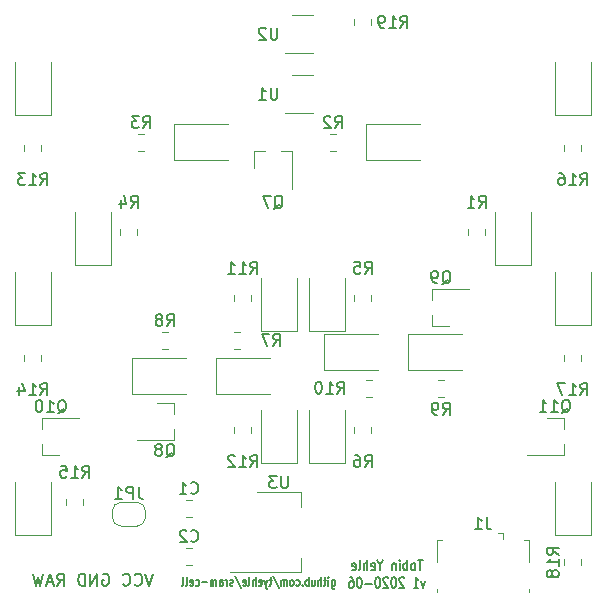
<source format=gbo>
G04 #@! TF.GenerationSoftware,KiCad,Pcbnew,5.1.5+dfsg1-2build2*
G04 #@! TF.CreationDate,2020-06-03T00:28:31-07:00*
G04 #@! TF.ProjectId,sram-cell,7372616d-2d63-4656-9c6c-2e6b69636164,rev?*
G04 #@! TF.SameCoordinates,Original*
G04 #@! TF.FileFunction,Legend,Bot*
G04 #@! TF.FilePolarity,Positive*
%FSLAX46Y46*%
G04 Gerber Fmt 4.6, Leading zero omitted, Abs format (unit mm)*
G04 Created by KiCad (PCBNEW 5.1.5+dfsg1-2build2) date 2020-06-03 00:28:31*
%MOMM*%
%LPD*%
G04 APERTURE LIST*
%ADD10C,0.127000*%
%ADD11C,0.150000*%
%ADD12C,0.120000*%
G04 APERTURE END LIST*
D10*
X154848983Y-125947714D02*
X154848983Y-126564571D01*
X154876802Y-126637142D01*
X154904621Y-126673428D01*
X154960259Y-126709714D01*
X155043716Y-126709714D01*
X155099354Y-126673428D01*
X154848983Y-126419428D02*
X154904621Y-126455714D01*
X155015897Y-126455714D01*
X155071535Y-126419428D01*
X155099354Y-126383142D01*
X155127173Y-126310571D01*
X155127173Y-126092857D01*
X155099354Y-126020285D01*
X155071535Y-125984000D01*
X155015897Y-125947714D01*
X154904621Y-125947714D01*
X154848983Y-125984000D01*
X154570792Y-126455714D02*
X154570792Y-125947714D01*
X154570792Y-125693714D02*
X154598611Y-125730000D01*
X154570792Y-125766285D01*
X154542973Y-125730000D01*
X154570792Y-125693714D01*
X154570792Y-125766285D01*
X154376059Y-125947714D02*
X154153507Y-125947714D01*
X154292602Y-125693714D02*
X154292602Y-126346857D01*
X154264783Y-126419428D01*
X154209145Y-126455714D01*
X154153507Y-126455714D01*
X153958773Y-126455714D02*
X153958773Y-125693714D01*
X153708402Y-126455714D02*
X153708402Y-126056571D01*
X153736221Y-125984000D01*
X153791859Y-125947714D01*
X153875316Y-125947714D01*
X153930954Y-125984000D01*
X153958773Y-126020285D01*
X153179840Y-125947714D02*
X153179840Y-126455714D01*
X153430211Y-125947714D02*
X153430211Y-126346857D01*
X153402392Y-126419428D01*
X153346754Y-126455714D01*
X153263297Y-126455714D01*
X153207659Y-126419428D01*
X153179840Y-126383142D01*
X152901650Y-126455714D02*
X152901650Y-125693714D01*
X152901650Y-125984000D02*
X152846011Y-125947714D01*
X152734735Y-125947714D01*
X152679097Y-125984000D01*
X152651278Y-126020285D01*
X152623459Y-126092857D01*
X152623459Y-126310571D01*
X152651278Y-126383142D01*
X152679097Y-126419428D01*
X152734735Y-126455714D01*
X152846011Y-126455714D01*
X152901650Y-126419428D01*
X152373088Y-126383142D02*
X152345269Y-126419428D01*
X152373088Y-126455714D01*
X152400907Y-126419428D01*
X152373088Y-126383142D01*
X152373088Y-126455714D01*
X151844526Y-126419428D02*
X151900164Y-126455714D01*
X152011440Y-126455714D01*
X152067078Y-126419428D01*
X152094897Y-126383142D01*
X152122716Y-126310571D01*
X152122716Y-126092857D01*
X152094897Y-126020285D01*
X152067078Y-125984000D01*
X152011440Y-125947714D01*
X151900164Y-125947714D01*
X151844526Y-125984000D01*
X151510697Y-126455714D02*
X151566335Y-126419428D01*
X151594154Y-126383142D01*
X151621973Y-126310571D01*
X151621973Y-126092857D01*
X151594154Y-126020285D01*
X151566335Y-125984000D01*
X151510697Y-125947714D01*
X151427240Y-125947714D01*
X151371602Y-125984000D01*
X151343783Y-126020285D01*
X151315964Y-126092857D01*
X151315964Y-126310571D01*
X151343783Y-126383142D01*
X151371602Y-126419428D01*
X151427240Y-126455714D01*
X151510697Y-126455714D01*
X151065592Y-126455714D02*
X151065592Y-125947714D01*
X151065592Y-126020285D02*
X151037773Y-125984000D01*
X150982135Y-125947714D01*
X150898678Y-125947714D01*
X150843040Y-125984000D01*
X150815221Y-126056571D01*
X150815221Y-126455714D01*
X150815221Y-126056571D02*
X150787402Y-125984000D01*
X150731764Y-125947714D01*
X150648307Y-125947714D01*
X150592669Y-125984000D01*
X150564850Y-126056571D01*
X150564850Y-126455714D01*
X149869373Y-125657428D02*
X150370116Y-126637142D01*
X149758097Y-125947714D02*
X149535545Y-125947714D01*
X149674640Y-125693714D02*
X149674640Y-126346857D01*
X149646821Y-126419428D01*
X149591183Y-126455714D01*
X149535545Y-126455714D01*
X149396450Y-125947714D02*
X149257354Y-126455714D01*
X149118259Y-125947714D02*
X149257354Y-126455714D01*
X149312992Y-126637142D01*
X149340811Y-126673428D01*
X149396450Y-126709714D01*
X148673154Y-126419428D02*
X148728792Y-126455714D01*
X148840069Y-126455714D01*
X148895707Y-126419428D01*
X148923526Y-126346857D01*
X148923526Y-126056571D01*
X148895707Y-125984000D01*
X148840069Y-125947714D01*
X148728792Y-125947714D01*
X148673154Y-125984000D01*
X148645335Y-126056571D01*
X148645335Y-126129142D01*
X148923526Y-126201714D01*
X148394964Y-126455714D02*
X148394964Y-125693714D01*
X148144592Y-126455714D02*
X148144592Y-126056571D01*
X148172411Y-125984000D01*
X148228050Y-125947714D01*
X148311507Y-125947714D01*
X148367145Y-125984000D01*
X148394964Y-126020285D01*
X147782945Y-126455714D02*
X147838583Y-126419428D01*
X147866402Y-126346857D01*
X147866402Y-125693714D01*
X147337840Y-126419428D02*
X147393478Y-126455714D01*
X147504754Y-126455714D01*
X147560392Y-126419428D01*
X147588211Y-126346857D01*
X147588211Y-126056571D01*
X147560392Y-125984000D01*
X147504754Y-125947714D01*
X147393478Y-125947714D01*
X147337840Y-125984000D01*
X147310021Y-126056571D01*
X147310021Y-126129142D01*
X147588211Y-126201714D01*
X146642364Y-125657428D02*
X147143107Y-126637142D01*
X146475450Y-126419428D02*
X146419811Y-126455714D01*
X146308535Y-126455714D01*
X146252897Y-126419428D01*
X146225078Y-126346857D01*
X146225078Y-126310571D01*
X146252897Y-126238000D01*
X146308535Y-126201714D01*
X146391992Y-126201714D01*
X146447630Y-126165428D01*
X146475450Y-126092857D01*
X146475450Y-126056571D01*
X146447630Y-125984000D01*
X146391992Y-125947714D01*
X146308535Y-125947714D01*
X146252897Y-125984000D01*
X145974707Y-126455714D02*
X145974707Y-125947714D01*
X145974707Y-126092857D02*
X145946888Y-126020285D01*
X145919069Y-125984000D01*
X145863430Y-125947714D01*
X145807792Y-125947714D01*
X145362688Y-126455714D02*
X145362688Y-126056571D01*
X145390507Y-125984000D01*
X145446145Y-125947714D01*
X145557421Y-125947714D01*
X145613059Y-125984000D01*
X145362688Y-126419428D02*
X145418326Y-126455714D01*
X145557421Y-126455714D01*
X145613059Y-126419428D01*
X145640878Y-126346857D01*
X145640878Y-126274285D01*
X145613059Y-126201714D01*
X145557421Y-126165428D01*
X145418326Y-126165428D01*
X145362688Y-126129142D01*
X145084497Y-126455714D02*
X145084497Y-125947714D01*
X145084497Y-126020285D02*
X145056678Y-125984000D01*
X145001040Y-125947714D01*
X144917583Y-125947714D01*
X144861945Y-125984000D01*
X144834126Y-126056571D01*
X144834126Y-126455714D01*
X144834126Y-126056571D02*
X144806307Y-125984000D01*
X144750669Y-125947714D01*
X144667211Y-125947714D01*
X144611573Y-125984000D01*
X144583754Y-126056571D01*
X144583754Y-126455714D01*
X144305564Y-126165428D02*
X143860459Y-126165428D01*
X143331897Y-126419428D02*
X143387535Y-126455714D01*
X143498811Y-126455714D01*
X143554450Y-126419428D01*
X143582269Y-126383142D01*
X143610088Y-126310571D01*
X143610088Y-126092857D01*
X143582269Y-126020285D01*
X143554450Y-125984000D01*
X143498811Y-125947714D01*
X143387535Y-125947714D01*
X143331897Y-125984000D01*
X142858973Y-126419428D02*
X142914611Y-126455714D01*
X143025888Y-126455714D01*
X143081526Y-126419428D01*
X143109345Y-126346857D01*
X143109345Y-126056571D01*
X143081526Y-125984000D01*
X143025888Y-125947714D01*
X142914611Y-125947714D01*
X142858973Y-125984000D01*
X142831154Y-126056571D01*
X142831154Y-126129142D01*
X143109345Y-126201714D01*
X142497326Y-126455714D02*
X142552964Y-126419428D01*
X142580783Y-126346857D01*
X142580783Y-125693714D01*
X142191316Y-126455714D02*
X142246954Y-126419428D01*
X142274773Y-126346857D01*
X142274773Y-125693714D01*
D11*
X162543066Y-124247416D02*
X162136666Y-124247416D01*
X162339866Y-125136416D02*
X162339866Y-124247416D01*
X161798000Y-125136416D02*
X161865733Y-125094083D01*
X161899600Y-125051750D01*
X161933466Y-124967083D01*
X161933466Y-124713083D01*
X161899600Y-124628416D01*
X161865733Y-124586083D01*
X161798000Y-124543750D01*
X161696400Y-124543750D01*
X161628666Y-124586083D01*
X161594800Y-124628416D01*
X161560933Y-124713083D01*
X161560933Y-124967083D01*
X161594800Y-125051750D01*
X161628666Y-125094083D01*
X161696400Y-125136416D01*
X161798000Y-125136416D01*
X161256133Y-125136416D02*
X161256133Y-124247416D01*
X161256133Y-124586083D02*
X161188400Y-124543750D01*
X161052933Y-124543750D01*
X160985200Y-124586083D01*
X160951333Y-124628416D01*
X160917466Y-124713083D01*
X160917466Y-124967083D01*
X160951333Y-125051750D01*
X160985200Y-125094083D01*
X161052933Y-125136416D01*
X161188400Y-125136416D01*
X161256133Y-125094083D01*
X160612666Y-125136416D02*
X160612666Y-124543750D01*
X160612666Y-124247416D02*
X160646533Y-124289750D01*
X160612666Y-124332083D01*
X160578800Y-124289750D01*
X160612666Y-124247416D01*
X160612666Y-124332083D01*
X160274000Y-124543750D02*
X160274000Y-125136416D01*
X160274000Y-124628416D02*
X160240133Y-124586083D01*
X160172400Y-124543750D01*
X160070800Y-124543750D01*
X160003066Y-124586083D01*
X159969200Y-124670750D01*
X159969200Y-125136416D01*
X158953200Y-124713083D02*
X158953200Y-125136416D01*
X159190266Y-124247416D02*
X158953200Y-124713083D01*
X158716133Y-124247416D01*
X158208133Y-125094083D02*
X158275866Y-125136416D01*
X158411333Y-125136416D01*
X158479066Y-125094083D01*
X158512933Y-125009416D01*
X158512933Y-124670750D01*
X158479066Y-124586083D01*
X158411333Y-124543750D01*
X158275866Y-124543750D01*
X158208133Y-124586083D01*
X158174266Y-124670750D01*
X158174266Y-124755416D01*
X158512933Y-124840083D01*
X157869466Y-125136416D02*
X157869466Y-124247416D01*
X157564666Y-125136416D02*
X157564666Y-124670750D01*
X157598533Y-124586083D01*
X157666266Y-124543750D01*
X157767866Y-124543750D01*
X157835600Y-124586083D01*
X157869466Y-124628416D01*
X157124400Y-125136416D02*
X157192133Y-125094083D01*
X157226000Y-125009416D01*
X157226000Y-124247416D01*
X156582533Y-125094083D02*
X156650266Y-125136416D01*
X156785733Y-125136416D01*
X156853466Y-125094083D01*
X156887333Y-125009416D01*
X156887333Y-124670750D01*
X156853466Y-124586083D01*
X156785733Y-124543750D01*
X156650266Y-124543750D01*
X156582533Y-124586083D01*
X156548666Y-124670750D01*
X156548666Y-124755416D01*
X156887333Y-124840083D01*
X162763200Y-126027250D02*
X162593866Y-126619916D01*
X162424533Y-126027250D01*
X161781066Y-126619916D02*
X162187466Y-126619916D01*
X161984266Y-126619916D02*
X161984266Y-125730916D01*
X162052000Y-125857916D01*
X162119733Y-125942583D01*
X162187466Y-125984916D01*
X160968266Y-125815583D02*
X160934400Y-125773250D01*
X160866666Y-125730916D01*
X160697333Y-125730916D01*
X160629600Y-125773250D01*
X160595733Y-125815583D01*
X160561866Y-125900250D01*
X160561866Y-125984916D01*
X160595733Y-126111916D01*
X161002133Y-126619916D01*
X160561866Y-126619916D01*
X160121600Y-125730916D02*
X160053866Y-125730916D01*
X159986133Y-125773250D01*
X159952266Y-125815583D01*
X159918400Y-125900250D01*
X159884533Y-126069583D01*
X159884533Y-126281250D01*
X159918400Y-126450583D01*
X159952266Y-126535250D01*
X159986133Y-126577583D01*
X160053866Y-126619916D01*
X160121600Y-126619916D01*
X160189333Y-126577583D01*
X160223200Y-126535250D01*
X160257066Y-126450583D01*
X160290933Y-126281250D01*
X160290933Y-126069583D01*
X160257066Y-125900250D01*
X160223200Y-125815583D01*
X160189333Y-125773250D01*
X160121600Y-125730916D01*
X159613600Y-125815583D02*
X159579733Y-125773250D01*
X159512000Y-125730916D01*
X159342666Y-125730916D01*
X159274933Y-125773250D01*
X159241066Y-125815583D01*
X159207200Y-125900250D01*
X159207200Y-125984916D01*
X159241066Y-126111916D01*
X159647466Y-126619916D01*
X159207200Y-126619916D01*
X158766933Y-125730916D02*
X158699200Y-125730916D01*
X158631466Y-125773250D01*
X158597600Y-125815583D01*
X158563733Y-125900250D01*
X158529866Y-126069583D01*
X158529866Y-126281250D01*
X158563733Y-126450583D01*
X158597600Y-126535250D01*
X158631466Y-126577583D01*
X158699200Y-126619916D01*
X158766933Y-126619916D01*
X158834666Y-126577583D01*
X158868533Y-126535250D01*
X158902400Y-126450583D01*
X158936266Y-126281250D01*
X158936266Y-126069583D01*
X158902400Y-125900250D01*
X158868533Y-125815583D01*
X158834666Y-125773250D01*
X158766933Y-125730916D01*
X158225066Y-126281250D02*
X157683200Y-126281250D01*
X157209066Y-125730916D02*
X157141333Y-125730916D01*
X157073600Y-125773250D01*
X157039733Y-125815583D01*
X157005866Y-125900250D01*
X156972000Y-126069583D01*
X156972000Y-126281250D01*
X157005866Y-126450583D01*
X157039733Y-126535250D01*
X157073600Y-126577583D01*
X157141333Y-126619916D01*
X157209066Y-126619916D01*
X157276800Y-126577583D01*
X157310666Y-126535250D01*
X157344533Y-126450583D01*
X157378400Y-126281250D01*
X157378400Y-126069583D01*
X157344533Y-125900250D01*
X157310666Y-125815583D01*
X157276800Y-125773250D01*
X157209066Y-125730916D01*
X156362400Y-125730916D02*
X156497866Y-125730916D01*
X156565600Y-125773250D01*
X156599466Y-125815583D01*
X156667200Y-125942583D01*
X156701066Y-126111916D01*
X156701066Y-126450583D01*
X156667200Y-126535250D01*
X156633333Y-126577583D01*
X156565600Y-126619916D01*
X156430133Y-126619916D01*
X156362400Y-126577583D01*
X156328533Y-126535250D01*
X156294666Y-126450583D01*
X156294666Y-126238916D01*
X156328533Y-126154250D01*
X156362400Y-126111916D01*
X156430133Y-126069583D01*
X156565600Y-126069583D01*
X156633333Y-126111916D01*
X156667200Y-126154250D01*
X156701066Y-126238916D01*
X139739047Y-125436380D02*
X139405714Y-126436380D01*
X139072380Y-125436380D01*
X138167619Y-126341142D02*
X138215238Y-126388761D01*
X138358095Y-126436380D01*
X138453333Y-126436380D01*
X138596190Y-126388761D01*
X138691428Y-126293523D01*
X138739047Y-126198285D01*
X138786666Y-126007809D01*
X138786666Y-125864952D01*
X138739047Y-125674476D01*
X138691428Y-125579238D01*
X138596190Y-125484000D01*
X138453333Y-125436380D01*
X138358095Y-125436380D01*
X138215238Y-125484000D01*
X138167619Y-125531619D01*
X137167619Y-126341142D02*
X137215238Y-126388761D01*
X137358095Y-126436380D01*
X137453333Y-126436380D01*
X137596190Y-126388761D01*
X137691428Y-126293523D01*
X137739047Y-126198285D01*
X137786666Y-126007809D01*
X137786666Y-125864952D01*
X137739047Y-125674476D01*
X137691428Y-125579238D01*
X137596190Y-125484000D01*
X137453333Y-125436380D01*
X137358095Y-125436380D01*
X137215238Y-125484000D01*
X137167619Y-125531619D01*
X135453333Y-125484000D02*
X135548571Y-125436380D01*
X135691428Y-125436380D01*
X135834285Y-125484000D01*
X135929523Y-125579238D01*
X135977142Y-125674476D01*
X136024761Y-125864952D01*
X136024761Y-126007809D01*
X135977142Y-126198285D01*
X135929523Y-126293523D01*
X135834285Y-126388761D01*
X135691428Y-126436380D01*
X135596190Y-126436380D01*
X135453333Y-126388761D01*
X135405714Y-126341142D01*
X135405714Y-126007809D01*
X135596190Y-126007809D01*
X134977142Y-126436380D02*
X134977142Y-125436380D01*
X134405714Y-126436380D01*
X134405714Y-125436380D01*
X133929523Y-126436380D02*
X133929523Y-125436380D01*
X133691428Y-125436380D01*
X133548571Y-125484000D01*
X133453333Y-125579238D01*
X133405714Y-125674476D01*
X133358095Y-125864952D01*
X133358095Y-126007809D01*
X133405714Y-126198285D01*
X133453333Y-126293523D01*
X133548571Y-126388761D01*
X133691428Y-126436380D01*
X133929523Y-126436380D01*
X131596190Y-126436380D02*
X131929523Y-125960190D01*
X132167619Y-126436380D02*
X132167619Y-125436380D01*
X131786666Y-125436380D01*
X131691428Y-125484000D01*
X131643809Y-125531619D01*
X131596190Y-125626857D01*
X131596190Y-125769714D01*
X131643809Y-125864952D01*
X131691428Y-125912571D01*
X131786666Y-125960190D01*
X132167619Y-125960190D01*
X131215238Y-126150666D02*
X130739047Y-126150666D01*
X131310476Y-126436380D02*
X130977142Y-125436380D01*
X130643809Y-126436380D01*
X130405714Y-125436380D02*
X130167619Y-126436380D01*
X129977142Y-125722095D01*
X129786666Y-126436380D01*
X129548571Y-125436380D01*
D12*
X176760000Y-117630000D02*
X176760000Y-122130000D01*
X176760000Y-122130000D02*
X173760000Y-122130000D01*
X173760000Y-122130000D02*
X173760000Y-117630000D01*
X176760000Y-99850000D02*
X176760000Y-104350000D01*
X176760000Y-104350000D02*
X173760000Y-104350000D01*
X173760000Y-104350000D02*
X173760000Y-99850000D01*
X176760000Y-82070000D02*
X176760000Y-86570000D01*
X176760000Y-86570000D02*
X173760000Y-86570000D01*
X173760000Y-86570000D02*
X173760000Y-82070000D01*
X131040000Y-117630000D02*
X131040000Y-122130000D01*
X131040000Y-122130000D02*
X128040000Y-122130000D01*
X128040000Y-122130000D02*
X128040000Y-117630000D01*
X131040000Y-99850000D02*
X131040000Y-104350000D01*
X131040000Y-104350000D02*
X128040000Y-104350000D01*
X128040000Y-104350000D02*
X128040000Y-99850000D01*
X131040000Y-82070000D02*
X131040000Y-86570000D01*
X131040000Y-86570000D02*
X128040000Y-86570000D01*
X128040000Y-86570000D02*
X128040000Y-82070000D01*
X151868000Y-111534000D02*
X151868000Y-116034000D01*
X151868000Y-116034000D02*
X148868000Y-116034000D01*
X148868000Y-116034000D02*
X148868000Y-111534000D01*
X151868000Y-100358000D02*
X151868000Y-104858000D01*
X151868000Y-104858000D02*
X148868000Y-104858000D01*
X148868000Y-104858000D02*
X148868000Y-100358000D01*
X158722000Y-108180000D02*
X154222000Y-108180000D01*
X154222000Y-108180000D02*
X154222000Y-105180000D01*
X154222000Y-105180000D02*
X158722000Y-105180000D01*
X165834000Y-108180000D02*
X161334000Y-108180000D01*
X161334000Y-108180000D02*
X161334000Y-105180000D01*
X161334000Y-105180000D02*
X165834000Y-105180000D01*
X142466000Y-110212000D02*
X137966000Y-110212000D01*
X137966000Y-110212000D02*
X137966000Y-107212000D01*
X137966000Y-107212000D02*
X142466000Y-107212000D01*
X149578000Y-110212000D02*
X145078000Y-110212000D01*
X145078000Y-110212000D02*
X145078000Y-107212000D01*
X145078000Y-107212000D02*
X149578000Y-107212000D01*
X155932000Y-111534000D02*
X155932000Y-116034000D01*
X155932000Y-116034000D02*
X152932000Y-116034000D01*
X152932000Y-116034000D02*
X152932000Y-111534000D01*
X155932000Y-100358000D02*
X155932000Y-104858000D01*
X155932000Y-104858000D02*
X152932000Y-104858000D01*
X152932000Y-104858000D02*
X152932000Y-100358000D01*
X136120000Y-94770000D02*
X136120000Y-99270000D01*
X136120000Y-99270000D02*
X133120000Y-99270000D01*
X133120000Y-99270000D02*
X133120000Y-94770000D01*
X146022000Y-90400000D02*
X141522000Y-90400000D01*
X141522000Y-90400000D02*
X141522000Y-87400000D01*
X141522000Y-87400000D02*
X146022000Y-87400000D01*
X162278000Y-90400000D02*
X157778000Y-90400000D01*
X157778000Y-90400000D02*
X157778000Y-87400000D01*
X157778000Y-87400000D02*
X162278000Y-87400000D01*
X171680000Y-94770000D02*
X171680000Y-99270000D01*
X171680000Y-99270000D02*
X168680000Y-99270000D01*
X168680000Y-99270000D02*
X168680000Y-94770000D01*
X169340000Y-122020500D02*
X169340000Y-122470500D01*
X169340000Y-122020500D02*
X168890000Y-122020500D01*
X163740000Y-122570500D02*
X164190000Y-122570500D01*
X163740000Y-124420500D02*
X163740000Y-122570500D01*
X171540000Y-126970500D02*
X171540000Y-126720500D01*
X163740000Y-126970500D02*
X163740000Y-126720500D01*
X171540000Y-124420500D02*
X171540000Y-122570500D01*
X171540000Y-122570500D02*
X171090000Y-122570500D01*
X156770000Y-79001252D02*
X156770000Y-78478748D01*
X158190000Y-79001252D02*
X158190000Y-78478748D01*
X132386000Y-119118748D02*
X132386000Y-119641252D01*
X133806000Y-119118748D02*
X133806000Y-119641252D01*
X146268000Y-125330000D02*
X152278000Y-125330000D01*
X148518000Y-118510000D02*
X152278000Y-118510000D01*
X152278000Y-125330000D02*
X152278000Y-124070000D01*
X152278000Y-118510000D02*
X152278000Y-119770000D01*
X138368000Y-121396000D02*
G75*
G03X139068000Y-120696000I0J700000D01*
G01*
X139068000Y-120096000D02*
G75*
G03X138368000Y-119396000I-700000J0D01*
G01*
X136968000Y-119396000D02*
G75*
G03X136268000Y-120096000I0J-700000D01*
G01*
X136268000Y-120696000D02*
G75*
G03X136968000Y-121396000I700000J0D01*
G01*
X136268000Y-120096000D02*
X136268000Y-120696000D01*
X138368000Y-119396000D02*
X136968000Y-119396000D01*
X139068000Y-120696000D02*
X139068000Y-120096000D01*
X136968000Y-121396000D02*
X138368000Y-121396000D01*
X143009252Y-124662000D02*
X142486748Y-124662000D01*
X143009252Y-123242000D02*
X142486748Y-123242000D01*
X143009252Y-120598000D02*
X142486748Y-120598000D01*
X143009252Y-119178000D02*
X142486748Y-119178000D01*
X153300000Y-81366000D02*
X150850000Y-81366000D01*
X151500000Y-78146000D02*
X153300000Y-78146000D01*
X153300000Y-86446000D02*
X150850000Y-86446000D01*
X151500000Y-83226000D02*
X153300000Y-83226000D01*
X175970000Y-124198748D02*
X175970000Y-124721252D01*
X174550000Y-124198748D02*
X174550000Y-124721252D01*
X175970000Y-106926748D02*
X175970000Y-107449252D01*
X174550000Y-106926748D02*
X174550000Y-107449252D01*
X175970000Y-89146748D02*
X175970000Y-89669252D01*
X174550000Y-89146748D02*
X174550000Y-89669252D01*
X130250000Y-106926748D02*
X130250000Y-107449252D01*
X128830000Y-106926748D02*
X128830000Y-107449252D01*
X130250000Y-89146748D02*
X130250000Y-89669252D01*
X128830000Y-89146748D02*
X128830000Y-89669252D01*
X146610000Y-113545252D02*
X146610000Y-113022748D01*
X148030000Y-113545252D02*
X148030000Y-113022748D01*
X146610000Y-102369252D02*
X146610000Y-101846748D01*
X148030000Y-102369252D02*
X148030000Y-101846748D01*
X157726748Y-109018000D02*
X158249252Y-109018000D01*
X157726748Y-110438000D02*
X158249252Y-110438000D01*
X163822748Y-109018000D02*
X164345252Y-109018000D01*
X163822748Y-110438000D02*
X164345252Y-110438000D01*
X140454748Y-104954000D02*
X140977252Y-104954000D01*
X140454748Y-106374000D02*
X140977252Y-106374000D01*
X147073252Y-106374000D02*
X146550748Y-106374000D01*
X147073252Y-104954000D02*
X146550748Y-104954000D01*
X156770000Y-113545252D02*
X156770000Y-113022748D01*
X158190000Y-113545252D02*
X158190000Y-113022748D01*
X156770000Y-102369252D02*
X156770000Y-101846748D01*
X158190000Y-102369252D02*
X158190000Y-101846748D01*
X136958000Y-96781252D02*
X136958000Y-96258748D01*
X138378000Y-96781252D02*
X138378000Y-96258748D01*
X138945252Y-89610000D02*
X138422748Y-89610000D01*
X138945252Y-88190000D02*
X138422748Y-88190000D01*
X155201252Y-89610000D02*
X154678748Y-89610000D01*
X155201252Y-88190000D02*
X154678748Y-88190000D01*
X174496000Y-112212000D02*
X173036000Y-112212000D01*
X174496000Y-115372000D02*
X171336000Y-115372000D01*
X174496000Y-115372000D02*
X174496000Y-114442000D01*
X174496000Y-112212000D02*
X174496000Y-113142000D01*
X130304000Y-115372000D02*
X131764000Y-115372000D01*
X130304000Y-112212000D02*
X133464000Y-112212000D01*
X130304000Y-112212000D02*
X130304000Y-113142000D01*
X130304000Y-115372000D02*
X130304000Y-114442000D01*
X163324000Y-104450000D02*
X164784000Y-104450000D01*
X163324000Y-101290000D02*
X166484000Y-101290000D01*
X163324000Y-101290000D02*
X163324000Y-102220000D01*
X163324000Y-104450000D02*
X163324000Y-103520000D01*
X141476000Y-110942000D02*
X140016000Y-110942000D01*
X141476000Y-114102000D02*
X138316000Y-114102000D01*
X141476000Y-114102000D02*
X141476000Y-113172000D01*
X141476000Y-110942000D02*
X141476000Y-111872000D01*
X148280000Y-89664000D02*
X148280000Y-91124000D01*
X151440000Y-89664000D02*
X151440000Y-92824000D01*
X151440000Y-89664000D02*
X150510000Y-89664000D01*
X148280000Y-89664000D02*
X149210000Y-89664000D01*
X167842000Y-96781252D02*
X167842000Y-96258748D01*
X166422000Y-96781252D02*
X166422000Y-96258748D01*
D11*
X167973333Y-120672880D02*
X167973333Y-121387166D01*
X168020952Y-121530023D01*
X168116190Y-121625261D01*
X168259047Y-121672880D01*
X168354285Y-121672880D01*
X166973333Y-121672880D02*
X167544761Y-121672880D01*
X167259047Y-121672880D02*
X167259047Y-120672880D01*
X167354285Y-120815738D01*
X167449523Y-120910976D01*
X167544761Y-120958595D01*
X160662857Y-79192380D02*
X160996190Y-78716190D01*
X161234285Y-79192380D02*
X161234285Y-78192380D01*
X160853333Y-78192380D01*
X160758095Y-78240000D01*
X160710476Y-78287619D01*
X160662857Y-78382857D01*
X160662857Y-78525714D01*
X160710476Y-78620952D01*
X160758095Y-78668571D01*
X160853333Y-78716190D01*
X161234285Y-78716190D01*
X159710476Y-79192380D02*
X160281904Y-79192380D01*
X159996190Y-79192380D02*
X159996190Y-78192380D01*
X160091428Y-78335238D01*
X160186666Y-78430476D01*
X160281904Y-78478095D01*
X159234285Y-79192380D02*
X159043809Y-79192380D01*
X158948571Y-79144761D01*
X158900952Y-79097142D01*
X158805714Y-78954285D01*
X158758095Y-78763809D01*
X158758095Y-78382857D01*
X158805714Y-78287619D01*
X158853333Y-78240000D01*
X158948571Y-78192380D01*
X159139047Y-78192380D01*
X159234285Y-78240000D01*
X159281904Y-78287619D01*
X159329523Y-78382857D01*
X159329523Y-78620952D01*
X159281904Y-78716190D01*
X159234285Y-78763809D01*
X159139047Y-78811428D01*
X158948571Y-78811428D01*
X158853333Y-78763809D01*
X158805714Y-78716190D01*
X158758095Y-78620952D01*
X133738857Y-117292380D02*
X134072190Y-116816190D01*
X134310285Y-117292380D02*
X134310285Y-116292380D01*
X133929333Y-116292380D01*
X133834095Y-116340000D01*
X133786476Y-116387619D01*
X133738857Y-116482857D01*
X133738857Y-116625714D01*
X133786476Y-116720952D01*
X133834095Y-116768571D01*
X133929333Y-116816190D01*
X134310285Y-116816190D01*
X132786476Y-117292380D02*
X133357904Y-117292380D01*
X133072190Y-117292380D02*
X133072190Y-116292380D01*
X133167428Y-116435238D01*
X133262666Y-116530476D01*
X133357904Y-116578095D01*
X131881714Y-116292380D02*
X132357904Y-116292380D01*
X132405523Y-116768571D01*
X132357904Y-116720952D01*
X132262666Y-116673333D01*
X132024571Y-116673333D01*
X131929333Y-116720952D01*
X131881714Y-116768571D01*
X131834095Y-116863809D01*
X131834095Y-117101904D01*
X131881714Y-117197142D01*
X131929333Y-117244761D01*
X132024571Y-117292380D01*
X132262666Y-117292380D01*
X132357904Y-117244761D01*
X132405523Y-117197142D01*
X151129904Y-117181380D02*
X151129904Y-117990904D01*
X151082285Y-118086142D01*
X151034666Y-118133761D01*
X150939428Y-118181380D01*
X150748952Y-118181380D01*
X150653714Y-118133761D01*
X150606095Y-118086142D01*
X150558476Y-117990904D01*
X150558476Y-117181380D01*
X150177523Y-117181380D02*
X149558476Y-117181380D01*
X149891809Y-117562333D01*
X149748952Y-117562333D01*
X149653714Y-117609952D01*
X149606095Y-117657571D01*
X149558476Y-117752809D01*
X149558476Y-117990904D01*
X149606095Y-118086142D01*
X149653714Y-118133761D01*
X149748952Y-118181380D01*
X150034666Y-118181380D01*
X150129904Y-118133761D01*
X150177523Y-118086142D01*
X138501333Y-118070380D02*
X138501333Y-118784666D01*
X138548952Y-118927523D01*
X138644190Y-119022761D01*
X138787047Y-119070380D01*
X138882285Y-119070380D01*
X138025142Y-119070380D02*
X138025142Y-118070380D01*
X137644190Y-118070380D01*
X137548952Y-118118000D01*
X137501333Y-118165619D01*
X137453714Y-118260857D01*
X137453714Y-118403714D01*
X137501333Y-118498952D01*
X137548952Y-118546571D01*
X137644190Y-118594190D01*
X138025142Y-118594190D01*
X136501333Y-119070380D02*
X137072761Y-119070380D01*
X136787047Y-119070380D02*
X136787047Y-118070380D01*
X136882285Y-118213238D01*
X136977523Y-118308476D01*
X137072761Y-118356095D01*
X142914666Y-122658142D02*
X142962285Y-122705761D01*
X143105142Y-122753380D01*
X143200380Y-122753380D01*
X143343238Y-122705761D01*
X143438476Y-122610523D01*
X143486095Y-122515285D01*
X143533714Y-122324809D01*
X143533714Y-122181952D01*
X143486095Y-121991476D01*
X143438476Y-121896238D01*
X143343238Y-121801000D01*
X143200380Y-121753380D01*
X143105142Y-121753380D01*
X142962285Y-121801000D01*
X142914666Y-121848619D01*
X142533714Y-121848619D02*
X142486095Y-121801000D01*
X142390857Y-121753380D01*
X142152761Y-121753380D01*
X142057523Y-121801000D01*
X142009904Y-121848619D01*
X141962285Y-121943857D01*
X141962285Y-122039095D01*
X142009904Y-122181952D01*
X142581333Y-122753380D01*
X141962285Y-122753380D01*
X142914666Y-118594142D02*
X142962285Y-118641761D01*
X143105142Y-118689380D01*
X143200380Y-118689380D01*
X143343238Y-118641761D01*
X143438476Y-118546523D01*
X143486095Y-118451285D01*
X143533714Y-118260809D01*
X143533714Y-118117952D01*
X143486095Y-117927476D01*
X143438476Y-117832238D01*
X143343238Y-117737000D01*
X143200380Y-117689380D01*
X143105142Y-117689380D01*
X142962285Y-117737000D01*
X142914666Y-117784619D01*
X141962285Y-118689380D02*
X142533714Y-118689380D01*
X142248000Y-118689380D02*
X142248000Y-117689380D01*
X142343238Y-117832238D01*
X142438476Y-117927476D01*
X142533714Y-117975095D01*
X150240904Y-79208380D02*
X150240904Y-80017904D01*
X150193285Y-80113142D01*
X150145666Y-80160761D01*
X150050428Y-80208380D01*
X149859952Y-80208380D01*
X149764714Y-80160761D01*
X149717095Y-80113142D01*
X149669476Y-80017904D01*
X149669476Y-79208380D01*
X149240904Y-79303619D02*
X149193285Y-79256000D01*
X149098047Y-79208380D01*
X148859952Y-79208380D01*
X148764714Y-79256000D01*
X148717095Y-79303619D01*
X148669476Y-79398857D01*
X148669476Y-79494095D01*
X148717095Y-79636952D01*
X149288523Y-80208380D01*
X148669476Y-80208380D01*
X150240904Y-84288380D02*
X150240904Y-85097904D01*
X150193285Y-85193142D01*
X150145666Y-85240761D01*
X150050428Y-85288380D01*
X149859952Y-85288380D01*
X149764714Y-85240761D01*
X149717095Y-85193142D01*
X149669476Y-85097904D01*
X149669476Y-84288380D01*
X148669476Y-85288380D02*
X149240904Y-85288380D01*
X148955190Y-85288380D02*
X148955190Y-84288380D01*
X149050428Y-84431238D01*
X149145666Y-84526476D01*
X149240904Y-84574095D01*
X174062380Y-123817142D02*
X173586190Y-123483809D01*
X174062380Y-123245714D02*
X173062380Y-123245714D01*
X173062380Y-123626666D01*
X173110000Y-123721904D01*
X173157619Y-123769523D01*
X173252857Y-123817142D01*
X173395714Y-123817142D01*
X173490952Y-123769523D01*
X173538571Y-123721904D01*
X173586190Y-123626666D01*
X173586190Y-123245714D01*
X174062380Y-124769523D02*
X174062380Y-124198095D01*
X174062380Y-124483809D02*
X173062380Y-124483809D01*
X173205238Y-124388571D01*
X173300476Y-124293333D01*
X173348095Y-124198095D01*
X173490952Y-125340952D02*
X173443333Y-125245714D01*
X173395714Y-125198095D01*
X173300476Y-125150476D01*
X173252857Y-125150476D01*
X173157619Y-125198095D01*
X173110000Y-125245714D01*
X173062380Y-125340952D01*
X173062380Y-125531428D01*
X173110000Y-125626666D01*
X173157619Y-125674285D01*
X173252857Y-125721904D01*
X173300476Y-125721904D01*
X173395714Y-125674285D01*
X173443333Y-125626666D01*
X173490952Y-125531428D01*
X173490952Y-125340952D01*
X173538571Y-125245714D01*
X173586190Y-125198095D01*
X173681428Y-125150476D01*
X173871904Y-125150476D01*
X173967142Y-125198095D01*
X174014761Y-125245714D01*
X174062380Y-125340952D01*
X174062380Y-125531428D01*
X174014761Y-125626666D01*
X173967142Y-125674285D01*
X173871904Y-125721904D01*
X173681428Y-125721904D01*
X173586190Y-125674285D01*
X173538571Y-125626666D01*
X173490952Y-125531428D01*
X175902857Y-110307380D02*
X176236190Y-109831190D01*
X176474285Y-110307380D02*
X176474285Y-109307380D01*
X176093333Y-109307380D01*
X175998095Y-109355000D01*
X175950476Y-109402619D01*
X175902857Y-109497857D01*
X175902857Y-109640714D01*
X175950476Y-109735952D01*
X175998095Y-109783571D01*
X176093333Y-109831190D01*
X176474285Y-109831190D01*
X174950476Y-110307380D02*
X175521904Y-110307380D01*
X175236190Y-110307380D02*
X175236190Y-109307380D01*
X175331428Y-109450238D01*
X175426666Y-109545476D01*
X175521904Y-109593095D01*
X174617142Y-109307380D02*
X173950476Y-109307380D01*
X174379047Y-110307380D01*
X175902857Y-92527380D02*
X176236190Y-92051190D01*
X176474285Y-92527380D02*
X176474285Y-91527380D01*
X176093333Y-91527380D01*
X175998095Y-91575000D01*
X175950476Y-91622619D01*
X175902857Y-91717857D01*
X175902857Y-91860714D01*
X175950476Y-91955952D01*
X175998095Y-92003571D01*
X176093333Y-92051190D01*
X176474285Y-92051190D01*
X174950476Y-92527380D02*
X175521904Y-92527380D01*
X175236190Y-92527380D02*
X175236190Y-91527380D01*
X175331428Y-91670238D01*
X175426666Y-91765476D01*
X175521904Y-91813095D01*
X174093333Y-91527380D02*
X174283809Y-91527380D01*
X174379047Y-91575000D01*
X174426666Y-91622619D01*
X174521904Y-91765476D01*
X174569523Y-91955952D01*
X174569523Y-92336904D01*
X174521904Y-92432142D01*
X174474285Y-92479761D01*
X174379047Y-92527380D01*
X174188571Y-92527380D01*
X174093333Y-92479761D01*
X174045714Y-92432142D01*
X173998095Y-92336904D01*
X173998095Y-92098809D01*
X174045714Y-92003571D01*
X174093333Y-91955952D01*
X174188571Y-91908333D01*
X174379047Y-91908333D01*
X174474285Y-91955952D01*
X174521904Y-92003571D01*
X174569523Y-92098809D01*
X130182857Y-110307380D02*
X130516190Y-109831190D01*
X130754285Y-110307380D02*
X130754285Y-109307380D01*
X130373333Y-109307380D01*
X130278095Y-109355000D01*
X130230476Y-109402619D01*
X130182857Y-109497857D01*
X130182857Y-109640714D01*
X130230476Y-109735952D01*
X130278095Y-109783571D01*
X130373333Y-109831190D01*
X130754285Y-109831190D01*
X129230476Y-110307380D02*
X129801904Y-110307380D01*
X129516190Y-110307380D02*
X129516190Y-109307380D01*
X129611428Y-109450238D01*
X129706666Y-109545476D01*
X129801904Y-109593095D01*
X128373333Y-109640714D02*
X128373333Y-110307380D01*
X128611428Y-109259761D02*
X128849523Y-109974047D01*
X128230476Y-109974047D01*
X130182857Y-92527380D02*
X130516190Y-92051190D01*
X130754285Y-92527380D02*
X130754285Y-91527380D01*
X130373333Y-91527380D01*
X130278095Y-91575000D01*
X130230476Y-91622619D01*
X130182857Y-91717857D01*
X130182857Y-91860714D01*
X130230476Y-91955952D01*
X130278095Y-92003571D01*
X130373333Y-92051190D01*
X130754285Y-92051190D01*
X129230476Y-92527380D02*
X129801904Y-92527380D01*
X129516190Y-92527380D02*
X129516190Y-91527380D01*
X129611428Y-91670238D01*
X129706666Y-91765476D01*
X129801904Y-91813095D01*
X128897142Y-91527380D02*
X128278095Y-91527380D01*
X128611428Y-91908333D01*
X128468571Y-91908333D01*
X128373333Y-91955952D01*
X128325714Y-92003571D01*
X128278095Y-92098809D01*
X128278095Y-92336904D01*
X128325714Y-92432142D01*
X128373333Y-92479761D01*
X128468571Y-92527380D01*
X128754285Y-92527380D01*
X128849523Y-92479761D01*
X128897142Y-92432142D01*
X147962857Y-116403380D02*
X148296190Y-115927190D01*
X148534285Y-116403380D02*
X148534285Y-115403380D01*
X148153333Y-115403380D01*
X148058095Y-115451000D01*
X148010476Y-115498619D01*
X147962857Y-115593857D01*
X147962857Y-115736714D01*
X148010476Y-115831952D01*
X148058095Y-115879571D01*
X148153333Y-115927190D01*
X148534285Y-115927190D01*
X147010476Y-116403380D02*
X147581904Y-116403380D01*
X147296190Y-116403380D02*
X147296190Y-115403380D01*
X147391428Y-115546238D01*
X147486666Y-115641476D01*
X147581904Y-115689095D01*
X146629523Y-115498619D02*
X146581904Y-115451000D01*
X146486666Y-115403380D01*
X146248571Y-115403380D01*
X146153333Y-115451000D01*
X146105714Y-115498619D01*
X146058095Y-115593857D01*
X146058095Y-115689095D01*
X146105714Y-115831952D01*
X146677142Y-116403380D01*
X146058095Y-116403380D01*
X147962857Y-100020380D02*
X148296190Y-99544190D01*
X148534285Y-100020380D02*
X148534285Y-99020380D01*
X148153333Y-99020380D01*
X148058095Y-99068000D01*
X148010476Y-99115619D01*
X147962857Y-99210857D01*
X147962857Y-99353714D01*
X148010476Y-99448952D01*
X148058095Y-99496571D01*
X148153333Y-99544190D01*
X148534285Y-99544190D01*
X147010476Y-100020380D02*
X147581904Y-100020380D01*
X147296190Y-100020380D02*
X147296190Y-99020380D01*
X147391428Y-99163238D01*
X147486666Y-99258476D01*
X147581904Y-99306095D01*
X146058095Y-100020380D02*
X146629523Y-100020380D01*
X146343809Y-100020380D02*
X146343809Y-99020380D01*
X146439047Y-99163238D01*
X146534285Y-99258476D01*
X146629523Y-99306095D01*
X155328857Y-110180380D02*
X155662190Y-109704190D01*
X155900285Y-110180380D02*
X155900285Y-109180380D01*
X155519333Y-109180380D01*
X155424095Y-109228000D01*
X155376476Y-109275619D01*
X155328857Y-109370857D01*
X155328857Y-109513714D01*
X155376476Y-109608952D01*
X155424095Y-109656571D01*
X155519333Y-109704190D01*
X155900285Y-109704190D01*
X154376476Y-110180380D02*
X154947904Y-110180380D01*
X154662190Y-110180380D02*
X154662190Y-109180380D01*
X154757428Y-109323238D01*
X154852666Y-109418476D01*
X154947904Y-109466095D01*
X153757428Y-109180380D02*
X153662190Y-109180380D01*
X153566952Y-109228000D01*
X153519333Y-109275619D01*
X153471714Y-109370857D01*
X153424095Y-109561333D01*
X153424095Y-109799428D01*
X153471714Y-109989904D01*
X153519333Y-110085142D01*
X153566952Y-110132761D01*
X153662190Y-110180380D01*
X153757428Y-110180380D01*
X153852666Y-110132761D01*
X153900285Y-110085142D01*
X153947904Y-109989904D01*
X153995523Y-109799428D01*
X153995523Y-109561333D01*
X153947904Y-109370857D01*
X153900285Y-109275619D01*
X153852666Y-109228000D01*
X153757428Y-109180380D01*
X164250666Y-111958380D02*
X164584000Y-111482190D01*
X164822095Y-111958380D02*
X164822095Y-110958380D01*
X164441142Y-110958380D01*
X164345904Y-111006000D01*
X164298285Y-111053619D01*
X164250666Y-111148857D01*
X164250666Y-111291714D01*
X164298285Y-111386952D01*
X164345904Y-111434571D01*
X164441142Y-111482190D01*
X164822095Y-111482190D01*
X163774476Y-111958380D02*
X163584000Y-111958380D01*
X163488761Y-111910761D01*
X163441142Y-111863142D01*
X163345904Y-111720285D01*
X163298285Y-111529809D01*
X163298285Y-111148857D01*
X163345904Y-111053619D01*
X163393523Y-111006000D01*
X163488761Y-110958380D01*
X163679238Y-110958380D01*
X163774476Y-111006000D01*
X163822095Y-111053619D01*
X163869714Y-111148857D01*
X163869714Y-111386952D01*
X163822095Y-111482190D01*
X163774476Y-111529809D01*
X163679238Y-111577428D01*
X163488761Y-111577428D01*
X163393523Y-111529809D01*
X163345904Y-111482190D01*
X163298285Y-111386952D01*
X140882666Y-104465380D02*
X141216000Y-103989190D01*
X141454095Y-104465380D02*
X141454095Y-103465380D01*
X141073142Y-103465380D01*
X140977904Y-103513000D01*
X140930285Y-103560619D01*
X140882666Y-103655857D01*
X140882666Y-103798714D01*
X140930285Y-103893952D01*
X140977904Y-103941571D01*
X141073142Y-103989190D01*
X141454095Y-103989190D01*
X140311238Y-103893952D02*
X140406476Y-103846333D01*
X140454095Y-103798714D01*
X140501714Y-103703476D01*
X140501714Y-103655857D01*
X140454095Y-103560619D01*
X140406476Y-103513000D01*
X140311238Y-103465380D01*
X140120761Y-103465380D01*
X140025523Y-103513000D01*
X139977904Y-103560619D01*
X139930285Y-103655857D01*
X139930285Y-103703476D01*
X139977904Y-103798714D01*
X140025523Y-103846333D01*
X140120761Y-103893952D01*
X140311238Y-103893952D01*
X140406476Y-103941571D01*
X140454095Y-103989190D01*
X140501714Y-104084428D01*
X140501714Y-104274904D01*
X140454095Y-104370142D01*
X140406476Y-104417761D01*
X140311238Y-104465380D01*
X140120761Y-104465380D01*
X140025523Y-104417761D01*
X139977904Y-104370142D01*
X139930285Y-104274904D01*
X139930285Y-104084428D01*
X139977904Y-103989190D01*
X140025523Y-103941571D01*
X140120761Y-103893952D01*
X149899666Y-106116380D02*
X150233000Y-105640190D01*
X150471095Y-106116380D02*
X150471095Y-105116380D01*
X150090142Y-105116380D01*
X149994904Y-105164000D01*
X149947285Y-105211619D01*
X149899666Y-105306857D01*
X149899666Y-105449714D01*
X149947285Y-105544952D01*
X149994904Y-105592571D01*
X150090142Y-105640190D01*
X150471095Y-105640190D01*
X149566333Y-105116380D02*
X148899666Y-105116380D01*
X149328238Y-106116380D01*
X157646666Y-116403380D02*
X157980000Y-115927190D01*
X158218095Y-116403380D02*
X158218095Y-115403380D01*
X157837142Y-115403380D01*
X157741904Y-115451000D01*
X157694285Y-115498619D01*
X157646666Y-115593857D01*
X157646666Y-115736714D01*
X157694285Y-115831952D01*
X157741904Y-115879571D01*
X157837142Y-115927190D01*
X158218095Y-115927190D01*
X156789523Y-115403380D02*
X156980000Y-115403380D01*
X157075238Y-115451000D01*
X157122857Y-115498619D01*
X157218095Y-115641476D01*
X157265714Y-115831952D01*
X157265714Y-116212904D01*
X157218095Y-116308142D01*
X157170476Y-116355761D01*
X157075238Y-116403380D01*
X156884761Y-116403380D01*
X156789523Y-116355761D01*
X156741904Y-116308142D01*
X156694285Y-116212904D01*
X156694285Y-115974809D01*
X156741904Y-115879571D01*
X156789523Y-115831952D01*
X156884761Y-115784333D01*
X157075238Y-115784333D01*
X157170476Y-115831952D01*
X157218095Y-115879571D01*
X157265714Y-115974809D01*
X157646666Y-100020380D02*
X157980000Y-99544190D01*
X158218095Y-100020380D02*
X158218095Y-99020380D01*
X157837142Y-99020380D01*
X157741904Y-99068000D01*
X157694285Y-99115619D01*
X157646666Y-99210857D01*
X157646666Y-99353714D01*
X157694285Y-99448952D01*
X157741904Y-99496571D01*
X157837142Y-99544190D01*
X158218095Y-99544190D01*
X156741904Y-99020380D02*
X157218095Y-99020380D01*
X157265714Y-99496571D01*
X157218095Y-99448952D01*
X157122857Y-99401333D01*
X156884761Y-99401333D01*
X156789523Y-99448952D01*
X156741904Y-99496571D01*
X156694285Y-99591809D01*
X156694285Y-99829904D01*
X156741904Y-99925142D01*
X156789523Y-99972761D01*
X156884761Y-100020380D01*
X157122857Y-100020380D01*
X157218095Y-99972761D01*
X157265714Y-99925142D01*
X137834666Y-94432380D02*
X138168000Y-93956190D01*
X138406095Y-94432380D02*
X138406095Y-93432380D01*
X138025142Y-93432380D01*
X137929904Y-93480000D01*
X137882285Y-93527619D01*
X137834666Y-93622857D01*
X137834666Y-93765714D01*
X137882285Y-93860952D01*
X137929904Y-93908571D01*
X138025142Y-93956190D01*
X138406095Y-93956190D01*
X136977523Y-93765714D02*
X136977523Y-94432380D01*
X137215619Y-93384761D02*
X137453714Y-94099047D01*
X136834666Y-94099047D01*
X138850666Y-87702380D02*
X139184000Y-87226190D01*
X139422095Y-87702380D02*
X139422095Y-86702380D01*
X139041142Y-86702380D01*
X138945904Y-86750000D01*
X138898285Y-86797619D01*
X138850666Y-86892857D01*
X138850666Y-87035714D01*
X138898285Y-87130952D01*
X138945904Y-87178571D01*
X139041142Y-87226190D01*
X139422095Y-87226190D01*
X138517333Y-86702380D02*
X137898285Y-86702380D01*
X138231619Y-87083333D01*
X138088761Y-87083333D01*
X137993523Y-87130952D01*
X137945904Y-87178571D01*
X137898285Y-87273809D01*
X137898285Y-87511904D01*
X137945904Y-87607142D01*
X137993523Y-87654761D01*
X138088761Y-87702380D01*
X138374476Y-87702380D01*
X138469714Y-87654761D01*
X138517333Y-87607142D01*
X155106666Y-87702380D02*
X155440000Y-87226190D01*
X155678095Y-87702380D02*
X155678095Y-86702380D01*
X155297142Y-86702380D01*
X155201904Y-86750000D01*
X155154285Y-86797619D01*
X155106666Y-86892857D01*
X155106666Y-87035714D01*
X155154285Y-87130952D01*
X155201904Y-87178571D01*
X155297142Y-87226190D01*
X155678095Y-87226190D01*
X154725714Y-86797619D02*
X154678095Y-86750000D01*
X154582857Y-86702380D01*
X154344761Y-86702380D01*
X154249523Y-86750000D01*
X154201904Y-86797619D01*
X154154285Y-86892857D01*
X154154285Y-86988095D01*
X154201904Y-87130952D01*
X154773333Y-87702380D01*
X154154285Y-87702380D01*
X174307428Y-111799619D02*
X174402666Y-111752000D01*
X174497904Y-111656761D01*
X174640761Y-111513904D01*
X174736000Y-111466285D01*
X174831238Y-111466285D01*
X174783619Y-111704380D02*
X174878857Y-111656761D01*
X174974095Y-111561523D01*
X175021714Y-111371047D01*
X175021714Y-111037714D01*
X174974095Y-110847238D01*
X174878857Y-110752000D01*
X174783619Y-110704380D01*
X174593142Y-110704380D01*
X174497904Y-110752000D01*
X174402666Y-110847238D01*
X174355047Y-111037714D01*
X174355047Y-111371047D01*
X174402666Y-111561523D01*
X174497904Y-111656761D01*
X174593142Y-111704380D01*
X174783619Y-111704380D01*
X173402666Y-111704380D02*
X173974095Y-111704380D01*
X173688380Y-111704380D02*
X173688380Y-110704380D01*
X173783619Y-110847238D01*
X173878857Y-110942476D01*
X173974095Y-110990095D01*
X172450285Y-111704380D02*
X173021714Y-111704380D01*
X172736000Y-111704380D02*
X172736000Y-110704380D01*
X172831238Y-110847238D01*
X172926476Y-110942476D01*
X173021714Y-110990095D01*
X131635428Y-111839619D02*
X131730666Y-111792000D01*
X131825904Y-111696761D01*
X131968761Y-111553904D01*
X132064000Y-111506285D01*
X132159238Y-111506285D01*
X132111619Y-111744380D02*
X132206857Y-111696761D01*
X132302095Y-111601523D01*
X132349714Y-111411047D01*
X132349714Y-111077714D01*
X132302095Y-110887238D01*
X132206857Y-110792000D01*
X132111619Y-110744380D01*
X131921142Y-110744380D01*
X131825904Y-110792000D01*
X131730666Y-110887238D01*
X131683047Y-111077714D01*
X131683047Y-111411047D01*
X131730666Y-111601523D01*
X131825904Y-111696761D01*
X131921142Y-111744380D01*
X132111619Y-111744380D01*
X130730666Y-111744380D02*
X131302095Y-111744380D01*
X131016380Y-111744380D02*
X131016380Y-110744380D01*
X131111619Y-110887238D01*
X131206857Y-110982476D01*
X131302095Y-111030095D01*
X130111619Y-110744380D02*
X130016380Y-110744380D01*
X129921142Y-110792000D01*
X129873523Y-110839619D01*
X129825904Y-110934857D01*
X129778285Y-111125333D01*
X129778285Y-111363428D01*
X129825904Y-111553904D01*
X129873523Y-111649142D01*
X129921142Y-111696761D01*
X130016380Y-111744380D01*
X130111619Y-111744380D01*
X130206857Y-111696761D01*
X130254476Y-111649142D01*
X130302095Y-111553904D01*
X130349714Y-111363428D01*
X130349714Y-111125333D01*
X130302095Y-110934857D01*
X130254476Y-110839619D01*
X130206857Y-110792000D01*
X130111619Y-110744380D01*
X164179238Y-100917619D02*
X164274476Y-100870000D01*
X164369714Y-100774761D01*
X164512571Y-100631904D01*
X164607809Y-100584285D01*
X164703047Y-100584285D01*
X164655428Y-100822380D02*
X164750666Y-100774761D01*
X164845904Y-100679523D01*
X164893523Y-100489047D01*
X164893523Y-100155714D01*
X164845904Y-99965238D01*
X164750666Y-99870000D01*
X164655428Y-99822380D01*
X164464952Y-99822380D01*
X164369714Y-99870000D01*
X164274476Y-99965238D01*
X164226857Y-100155714D01*
X164226857Y-100489047D01*
X164274476Y-100679523D01*
X164369714Y-100774761D01*
X164464952Y-100822380D01*
X164655428Y-100822380D01*
X163750666Y-100822380D02*
X163560190Y-100822380D01*
X163464952Y-100774761D01*
X163417333Y-100727142D01*
X163322095Y-100584285D01*
X163274476Y-100393809D01*
X163274476Y-100012857D01*
X163322095Y-99917619D01*
X163369714Y-99870000D01*
X163464952Y-99822380D01*
X163655428Y-99822380D01*
X163750666Y-99870000D01*
X163798285Y-99917619D01*
X163845904Y-100012857D01*
X163845904Y-100250952D01*
X163798285Y-100346190D01*
X163750666Y-100393809D01*
X163655428Y-100441428D01*
X163464952Y-100441428D01*
X163369714Y-100393809D01*
X163322095Y-100346190D01*
X163274476Y-100250952D01*
X140811238Y-115569619D02*
X140906476Y-115522000D01*
X141001714Y-115426761D01*
X141144571Y-115283904D01*
X141239809Y-115236285D01*
X141335047Y-115236285D01*
X141287428Y-115474380D02*
X141382666Y-115426761D01*
X141477904Y-115331523D01*
X141525523Y-115141047D01*
X141525523Y-114807714D01*
X141477904Y-114617238D01*
X141382666Y-114522000D01*
X141287428Y-114474380D01*
X141096952Y-114474380D01*
X141001714Y-114522000D01*
X140906476Y-114617238D01*
X140858857Y-114807714D01*
X140858857Y-115141047D01*
X140906476Y-115331523D01*
X141001714Y-115426761D01*
X141096952Y-115474380D01*
X141287428Y-115474380D01*
X140287428Y-114902952D02*
X140382666Y-114855333D01*
X140430285Y-114807714D01*
X140477904Y-114712476D01*
X140477904Y-114664857D01*
X140430285Y-114569619D01*
X140382666Y-114522000D01*
X140287428Y-114474380D01*
X140096952Y-114474380D01*
X140001714Y-114522000D01*
X139954095Y-114569619D01*
X139906476Y-114664857D01*
X139906476Y-114712476D01*
X139954095Y-114807714D01*
X140001714Y-114855333D01*
X140096952Y-114902952D01*
X140287428Y-114902952D01*
X140382666Y-114950571D01*
X140430285Y-114998190D01*
X140477904Y-115093428D01*
X140477904Y-115283904D01*
X140430285Y-115379142D01*
X140382666Y-115426761D01*
X140287428Y-115474380D01*
X140096952Y-115474380D01*
X140001714Y-115426761D01*
X139954095Y-115379142D01*
X139906476Y-115283904D01*
X139906476Y-115093428D01*
X139954095Y-114998190D01*
X140001714Y-114950571D01*
X140096952Y-114902952D01*
X149955238Y-94527619D02*
X150050476Y-94480000D01*
X150145714Y-94384761D01*
X150288571Y-94241904D01*
X150383809Y-94194285D01*
X150479047Y-94194285D01*
X150431428Y-94432380D02*
X150526666Y-94384761D01*
X150621904Y-94289523D01*
X150669523Y-94099047D01*
X150669523Y-93765714D01*
X150621904Y-93575238D01*
X150526666Y-93480000D01*
X150431428Y-93432380D01*
X150240952Y-93432380D01*
X150145714Y-93480000D01*
X150050476Y-93575238D01*
X150002857Y-93765714D01*
X150002857Y-94099047D01*
X150050476Y-94289523D01*
X150145714Y-94384761D01*
X150240952Y-94432380D01*
X150431428Y-94432380D01*
X149669523Y-93432380D02*
X149002857Y-93432380D01*
X149431428Y-94432380D01*
X167298666Y-94432380D02*
X167632000Y-93956190D01*
X167870095Y-94432380D02*
X167870095Y-93432380D01*
X167489142Y-93432380D01*
X167393904Y-93480000D01*
X167346285Y-93527619D01*
X167298666Y-93622857D01*
X167298666Y-93765714D01*
X167346285Y-93860952D01*
X167393904Y-93908571D01*
X167489142Y-93956190D01*
X167870095Y-93956190D01*
X166346285Y-94432380D02*
X166917714Y-94432380D01*
X166632000Y-94432380D02*
X166632000Y-93432380D01*
X166727238Y-93575238D01*
X166822476Y-93670476D01*
X166917714Y-93718095D01*
M02*

</source>
